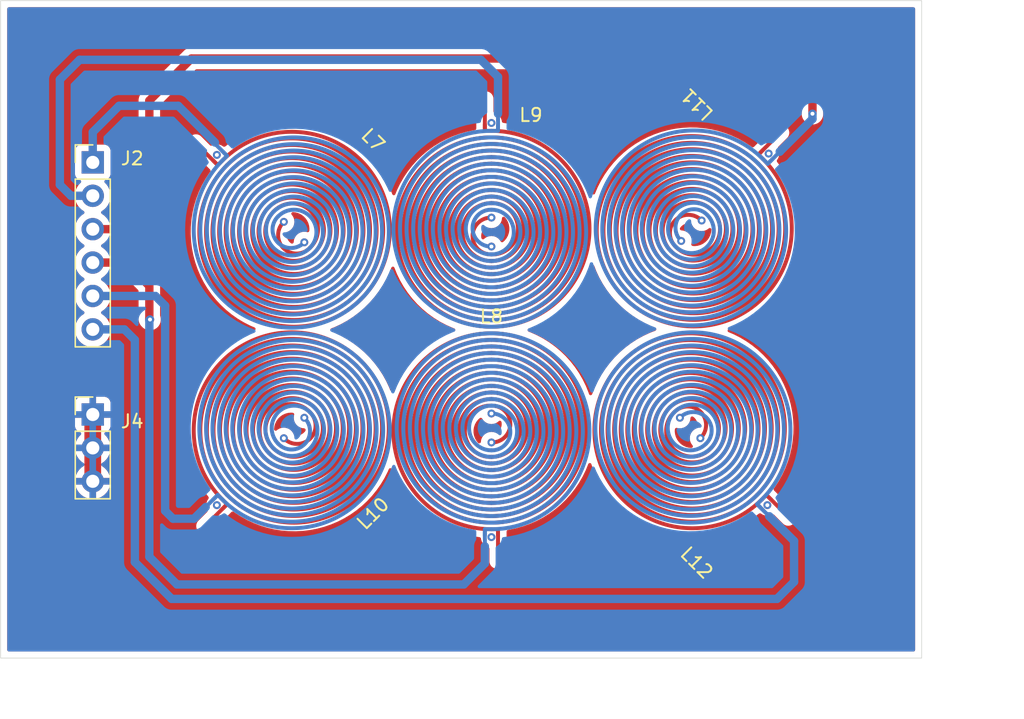
<source format=kicad_pcb>
(kicad_pcb (version 20240108) (generator "pcbnew") (generator_version "8.0")
  (layers (0 "F.Cu" signal) (1 "In1.Cu" signal) (2 "In2.Cu" signal) (31 "B.Cu" signal) (34 "B.Paste" user) (35 "F.Paste" user) (36 "B.SilkS" user "B.Silkscreen") (37 "F.SilkS" user "F.Silkscreen") (38 "B.Mask" user) (39 "F.Mask" user) (44 "Edge.Cuts" user))
  (net 0 "")
  (net 1 "/C")
  (net 2 "/E")
  (net 3 "/A")
  (net 4 "/B")
  (net 5 "/F")
  (net 6 "/D")
  (net 7 "VCC")
  (footprint "single_coils:4layer_coil" (layer "F.Cu") (at 150.4 75.5 -45)
    (property "Reference" "L12" (at 7.6 6.9 -45) (layer "F.SilkS"))
    (property "Value" "coil_4_layers")
    (fp_line (start 7.7 0) (end 7.7 -0.5) (stroke (width 0.3)) (layer "F.Cu"))
    (fp_line (start 7.7 -0.5) (end 8.2 -0.5) (stroke (width 0.3)) (layer "F.Cu"))
    (fp_arc (start -7.2 0) (mid 0 -7.2) (end 7.2 0) (stroke (width 0.3)) (layer "F.Cu"))
    (fp_arc (start -6.699999 0) (mid 0 -6.699999) (end 6.699999 0) (stroke (width 0.3)) (layer "F.Cu"))
    (fp_arc (start -6.2 0) (mid 0 -6.2) (end 6.2 0) (stroke (width 0.3)) (layer "F.Cu"))
    (fp_arc (start -5.7 0) (mid 0 -5.7) (end 5.7 0) (stroke (width 0.3)) (layer "F.Cu"))
    (fp_arc (start -5.2 0) (mid 0 -5.2) (end 5.2 0) (stroke (width 0.3)) (layer "F.Cu"))
    (fp_arc (start -4.7 0) (mid 0 -4.7) (end 4.7 0) (stroke (width 0.3)) (layer "F.Cu"))
    (fp_arc (start -4.199999 0) (mid 0 -4.199999) (end 4.199999 0) (stroke (width 0.3)) (layer "F.Cu"))
    (fp_arc (start -3.7 0) (mid 0 -3.7) (end 3.7 0) (stroke (width 0.3)) (layer "F.Cu"))
    (fp_arc (start -3.2 0) (mid 0 -3.2) (end 3.2 0) (stroke (width 0.3)) (layer "F.Cu"))
    (fp_arc (start -2.7 0) (mid 0 -2.7) (end 2.7 0) (stroke (width 0.3)) (layer "F.Cu"))
    (fp_arc (start -2.2 0) (mid 0 -2.2) (end 2.2 0) (stroke (width 0.3)) (layer "F.Cu"))
    (fp_arc (start -1.700001 0) (mid -0.300001 -1.432511) (end 1.099999 0) (stroke (width 0.3)) (layer "F.Cu"))
    (fp_arc (start 2.2 0) (mid 0.25 2.015155) (end -1.700001 0) (stroke (width 0.3)) (layer "F.Cu"))
    (fp_arc (start 2.7 0) (mid 0.25 2.45) (end -2.2 0) (stroke (width 0.3)) (layer "F.Cu"))
    (fp_arc (start 3.2 0) (mid 0.25 2.95) (end -2.7 0) (stroke (width 0.3)) (layer "F.Cu"))
    (fp_arc (start 3.7 0) (mid 0.25 3.45) (end -3.2 0) (stroke (width 0.3)) (layer "F.Cu"))
    (fp_arc (start 4.199999 0) (mid 0.249999 3.949999) (end -3.7 0) (stroke (width 0.3)) (layer "F.Cu"))
    (fp_arc (start 4.7 0) (mid 0.250002 4.45) (end -4.199999 0) (stroke (width 0.3)) (layer "F.Cu"))
    (fp_arc (start 5.2 0) (mid 0.25 4.95) (end -4.7 0) (stroke (width 0.3)) (layer "F.Cu"))
    (fp_arc (start 5.7 0) (mid 0.25 5.45) (end -5.2 0) (stroke (width 0.3)) (layer "F.Cu"))
    (fp_arc (start 6.2 0) (mid 0.25 5.95) (end -5.7 0) (stroke (width 0.3)) (layer "F.Cu"))
    (fp_arc (start 6.699999 0) (mid 0.249999 6.449999) (end -6.2 0) (stroke (width 0.3)) (layer "F.Cu"))
    (fp_arc (start 7.2 0) (mid 0.250002 6.95) (end -6.699999 0) (stroke (width 0.3)) (layer "F.Cu"))
    (fp_arc (start 7.7 0) (mid 0.25 7.45) (end -7.2 0) (stroke (width 0.3)) (layer "F.Cu"))
    (fp_line (start 7.7 0.5) (end 8.2 0.5) (stroke (width 0.3)) (layer "B.Cu"))
    (fp_line (start 7.7 0) (end 7.7 0.5) (stroke (width 0.3)) (layer "B.Cu"))
    (fp_arc (start -7.2 0) (mid 0.25 -7.450001) (end 7.7 0) (stroke (width 0.3)) (layer "B.Cu"))
    (fp_arc (start -6.699999 0) (mid 0.250002 -6.950001) (end 7.2 0) (stroke (width 0.3)) (layer "B.Cu"))
    (fp_arc (start -6.2 0) (mid 0.249999 -6.45) (end 6.699999 0) (stroke (width 0.3)) (layer "B.Cu"))
    (fp_arc (start -5.7 0) (mid 0.25 -5.950002) (end 6.2 0) (stroke (width 0.3)) (layer "B.Cu"))
    (fp_arc (start -5.2 0) (mid 0.25 -5.45) (end 5.7 0) (stroke (width 0.3)) (layer "B.Cu"))
    (fp_arc (start -4.7 0) (mid 0.25 -4.950001) (end 5.2 0) (stroke (width 0.3)) (layer "B.Cu"))
    (fp_arc (start -4.199999 0) (mid 0.250002 -4.450001) (end 4.7 0) (stroke (width 0.3)) (layer "B.Cu"))
    (fp_arc (start -3.7 0) (mid 0.25 -3.950001) (end 4.199999 0) (stroke (width 0.3)) (layer "B.Cu"))
    (fp_arc (start -3.2 0) (mid 0.25 -3.450002) (end 3.7 0) (stroke (width 0.3)) (layer "B.Cu"))
    (fp_arc (start -2.7 0) (mid 0.25 -2.95) (end 3.2 0) (stroke (width 0.3)) (layer "B.Cu"))
    (fp_arc (start -2.2 0) (mid 0.25 -2.450001) (end 2.7 0) (stroke (width 0.3)) (layer "B.Cu"))
    (fp_arc (start -1.700001 0) (mid 0.25 -1.950002) (end 2.2 0) (stroke (width 0.3)) (layer "B.Cu"))
    (fp_arc (start -1.099999 0) (mid 0.300001 -1.432512) (end 1.700001 0) (stroke (width 0.3)) (layer "B.Cu"))
    (fp_arc (start 1.700001 0) (mid 0 1.700001) (end -1.700001 0) (stroke (width 0.3)) (layer "B.Cu"))
    (fp_arc (start 2.2 0) (mid 0 2.2) (end -2.2 0) (stroke (width 0.3)) (layer "B.Cu"))
    (fp_arc (start 2.7 0) (mid 0 2.7) (end -2.7 0) (stroke (width 0.3)) (layer "B.Cu"))
    (fp_arc (start 3.2 0) (mid 0 3.2) (end -3.2 0) (stroke (width 0.3)) (layer "B.Cu"))
    (fp_arc (start 3.7 0) (mid 0 3.7) (end -3.7 0) (stroke (width 0.3)) (layer "B.Cu"))
    (fp_arc (start 4.199999 0) (mid 0 4.199999) (end -4.199999 0) (stroke (width 0.3)) (layer "B.Cu"))
    (fp_arc (start 4.7 0) (mid 0 4.7) (end -4.7 0) (stroke (width 0.3)) (layer "B.Cu"))
    (fp_arc (start 5.2 0) (mid 0 5.2) (end -5.2 0) (stroke (width 0.3)) (layer "B.Cu"))
    (fp_arc (start 5.7 0) (mid 0 5.7) (end -5.7 0) (stroke (width 0.3)) (layer "B.Cu"))
    (fp_arc (start 6.2 0) (mid 0 6.2) (end -6.2 0) (stroke (width 0.3)) (layer "B.Cu"))
    (fp_arc (start 6.699999 0) (mid 0 6.699999) (end -6.699999 0) (stroke (width 0.3)) (layer "B.Cu"))
    (fp_arc (start 7.2 0) (mid 0 7.2) (end -7.2 0) (stroke (width 0.3)) (layer "B.Cu"))
    (pad "" thru_hole circle (at -1.099999 0 315) (size 0.6 0.6) (drill 0.3) (layers "*.Cu" "*.Mask"))
    (pad "" thru_hole circle (at 1.099999 0 315) (size 0.6 0.6) (drill 0.3) (layers "*.Cu" "*.Mask"))
    (pad "" thru_hole circle (at 8.3 0 315) (size 0.6 0.6) (drill 0.3) (layers "*.Cu" "*.Mask"))
    (pad "1" smd roundrect (at 9 -0.499999 315) (size 2.4 0.3) (layers "F.Cu") (net 7 "VCC"))
    (pad "2" smd roundrect (at 9 0.499999 315) (size 2.4 0.3) (layers "B.Cu") (net 5 "/F"))
  )
  (footprint "Connector_PinHeader_2.54mm:PinHeader_1x06_P2.54mm_Vertical" (layer "F.Cu") (at 105 55.3)
    (property "Reference" "J2" (at 3 -0.3 0) (layer "F.SilkS"))
    (property "Value" "Conn_01x06_Pin")
    (fp_line (start -1.33 -1.33) (end 0 -1.33) (stroke (width 0.12)) (layer "F.SilkS"))
    (fp_line (start -1.33 0) (end -1.33 -1.33) (stroke (width 0.12)) (layer "F.SilkS"))
    (fp_line (start -1.33 1.27) (end -1.33 14.03) (stroke (width 0.12)) (layer "F.SilkS"))
    (fp_line (start -1.33 1.27) (end 1.33 1.27) (stroke (width 0.12)) (layer "F.SilkS"))
    (fp_line (start -1.33 14.03) (end 1.33 14.03) (stroke (width 0.12)) (layer "F.SilkS"))
    (fp_line (start 1.33 1.27) (end 1.33 14.03) (stroke (width 0.12)) (layer "F.SilkS"))
    (pad "1" thru_hole rect (at 0 0) (size 1.7 1.7) (drill 1) (layers "*.Cu" "*.Mask") (net 3 "/A"))
    (pad "2" thru_hole oval (at 0 2.54) (size 1.7 1.7) (drill 1) (layers "*.Cu" "*.Mask") (net 4 "/B"))
    (pad "3" thru_hole oval (at 0 5.08) (size 1.7 1.7) (drill 1) (layers "*.Cu" "*.Mask") (net 1 "/C"))
    (pad "4" thru_hole oval (at 0 7.62) (size 1.7 1.7) (drill 1) (layers "*.Cu" "*.Mask") (net 6 "/D"))
    (pad "5" thru_hole oval (at 0 10.16) (size 1.7 1.7) (drill 1) (layers "*.Cu" "*.Mask") (net 2 "/E"))
    (pad "6" thru_hole oval (at 0 12.7) (size 1.7 1.7) (drill 1) (layers "*.Cu" "*.Mask") (net 5 "/F"))
  )
  (footprint "single_coils:4layer_coil" (layer "F.Cu") (at 135.3 60.6 90)
    (property "Reference" "L9" (at 8.900001 3 0) (layer "F.SilkS"))
    (property "Value" "coil_4_layers")
    (fp_line (start 7.7 -0.5) (end 8.2 -0.5) (stroke (width 0.3)) (layer "F.Cu"))
    (fp_line (start 7.7 0) (end 7.7 -0.5) (stroke (width 0.3)) (layer "F.Cu"))
    (fp_arc (start 7.7 0) (mid 0.25 7.45) (end -7.2 0) (stroke (width 0.3)) (layer "F.Cu"))
    (fp_arc (start 7.2 0) (mid 0.250001 6.95) (end -6.699999 0) (stroke (width 0.3)) (layer "F.Cu"))
    (fp_arc (start 6.699999 0) (mid 0.249999 6.449999) (end -6.2 0) (stroke (width 0.3)) (layer "F.Cu"))
    (fp_arc (start 6.2 0) (mid 0.25 5.95) (end -5.7 0) (stroke (width 0.3)) (layer "F.Cu"))
    (fp_arc (start 5.7 0) (mid 0.25 5.45) (end -5.2 0) (stroke (width 0.3)) (layer "F.Cu"))
    (fp_arc (start 5.2 0) (mid 0.25 4.95) (end -4.7 0) (stroke (width 0.3)) (layer "F.Cu"))
    (fp_arc (start 4.7 0) (mid 0.250001 4.45) (end -4.199999 0) (stroke (width 0.3)) (layer "F.Cu"))
    (fp_arc (start 4.199999 0) (mid 0.249999 3.949999) (end -3.7 0) (stroke (width 0.3)) (layer "F.Cu"))
    (fp_arc (start 3.7 0) (mid 0.25 3.45) (end -3.2 0) (stroke (width 0.3)) (layer "F.Cu"))
    (fp_arc (start 3.2 0) (mid 0.25 2.95) (end -2.7 0) (stroke (width 0.3)) (layer "F.Cu"))
    (fp_arc (start 2.7 0) (mid 0.25 2.45) (end -2.2 0) (stroke (width 0.3)) (layer "F.Cu"))
    (fp_arc (start 2.2 0) (mid 0.25 2.015155) (end -1.700001 0) (stroke (width 0.3)) (layer "F.Cu"))
    (fp_arc (start -1.700001 0) (mid -0.300001 -1.432512) (end 1.099999 0) (stroke (width 0.3)) (layer "F.Cu"))
    (fp_arc (start -2.2 0) (mid 0 -2.2) (end 2.2 0) (stroke (width 0.3)) (layer "F.Cu"))
    (fp_arc (start -2.7 0) (mid 0 -2.7) (end 2.7 0) (stroke (width 0.3)) (layer "F.Cu"))
    (fp_arc (start -3.2 0) (mid 0 -3.2) (end 3.2 0) (stroke (width 0.3)) (layer "F.Cu"))
    (fp_arc (start -3.7 0) (mid 0 -3.7) (end 3.7 0) (stroke (width 0.3)) (layer "F.Cu"))
    (fp_arc (start -4.199999 0) (mid 0 -4.199999) (end 4.199999 0) (stroke (width 0.3)) (layer "F.Cu"))
    (fp_arc (start -4.7 0) (mid 0 -4.7) (end 4.7 0) (stroke (width 0.3)) (layer "F.Cu"))
    (fp_arc (start -5.2 0) (mid 0 -5.2) (end 5.2 0) (stroke (width 0.3)) (layer "F.Cu"))
    (fp_arc (start -5.7 0) (mid 0 -5.7) (end 5.7 0) (stroke (width 0.3)) (layer "F.Cu"))
    (fp_arc (start -6.2 0) (mid 0 -6.2) (end 6.2 0) (stroke (width 0.3)) (layer "F.Cu"))
    (fp_arc (start -6.699999 0) (mid 0 -6.699999) (end 6.699999 0) (stroke (width 0.3)) (layer "F.Cu"))
    (fp_arc (start -7.2 0) (mid 0 -7.2) (end 7.2 0) (stroke (width 0.3)) (layer "F.Cu"))
    (fp_line (start 7.7 0) (end 7.7 0.5) (stroke (width 0.3)) (layer "B.Cu"))
    (fp_line (start 7.7 0.5) (end 8.2 0.5) (stroke (width 0.3)) (layer "B.Cu"))
    (fp_arc (start 7.2 0) (mid 0 7.2) (end -7.2 0) (stroke (width 0.3)) (layer "B.Cu"))
    (fp_arc (start 6.699999 0) (mid 0 6.699999) (end -6.699999 0) (stroke (width 0.3)) (layer "B.Cu"))
    (fp_arc (start 6.2 0) (mid 0 6.2) (end -6.2 0) (stroke (width 0.3)) (layer "B.Cu"))
    (fp_arc (start 5.7 0) (mid 0 5.7) (end -5.7 0) (stroke (width 0.3)) (layer "B.Cu"))
    (fp_arc (start 5.2 0) (mid 0 5.2) (end -5.2 0) (stroke (width 0.3)) (layer "B.Cu"))
    (fp_arc (start 4.7 0) (mid 0 4.7) (end -4.7 0) (stroke (width 0.3)) (layer "B.Cu"))
    (fp_arc (start 4.199999 0) (mid 0 4.199999) (end -4.199999 0) (stroke (width 0.3)) (layer "B.Cu"))
    (fp_arc (start 3.7 0) (mid 0 3.7) (end -3.7 0) (stroke (width 0.3)) (layer "B.Cu"))
    (fp_arc (start 3.2 0) (mid 0 3.2) (end -3.2 0) (stroke (width 0.3)) (layer "B.Cu"))
    (fp_arc (start 2.7 0) (mid 0 2.7) (end -2.7 0) (stroke (width 0.3)) (layer "B.Cu"))
    (fp_arc (start 2.2 0) (mid 0 2.2) (end -2.2 0) (stroke (width 0.3)) (layer "B.Cu"))
    (fp_arc (start 1.700001 0) (mid 0 1.700001) (end -1.700001 0) (stroke (width 0.3)) (layer "B.Cu"))
    (fp_arc (start -1.099999 0) (mid 0.300001 -1.432512) (end 1.700001 0) (stroke (width 0.3)) (layer "B.Cu"))
    (fp_arc (start -1.700001 0) (mid 0.25 -1.950002) (end 2.2 0) (stroke (width 0.3)) (layer "B.Cu"))
    (fp_arc (start -2.2 0) (mid 0.25 -2.45) (end 2.7 0) (stroke (width 0.3)) (layer "B.Cu"))
    (fp_arc (start -2.7 0) (mid 0.25 -2.95) (end 3.2 0) (stroke (width 0.3)) (layer "B.Cu"))
    (fp_arc (start -3.2 0) (mid 0.25 -3.45) (end 3.7 0) (stroke (width 0.3)) (layer "B.Cu"))
    (fp_arc (start -3.7 0) (mid 0.25 -3.950001) (end 4.199999 0) (stroke (width 0.3)) (layer "B.Cu"))
    (fp_arc (start -4.199999 0) (mid 0.250001 -4.449999) (end 4.7 0) (stroke (width 0.3)) (layer "B.Cu"))
    (fp_arc (start -4.7 0) (mid 0.25 -4.95) (end 5.2 0) (stroke (width 0.3)) (layer "B.Cu"))
    (fp_arc (start -5.2 0) (mid 0.25 -5.45) (end 5.7 0) (stroke (width 0.3)) (layer "B.Cu"))
    (fp_arc (start -5.7 0) (mid 0.25 -5.95) (end 6.2 0) (stroke (width 0.3)) (layer "B.Cu"))
    (fp_arc (start -6.2 0) (mid 0.249999 -6.45) (end 6.699999 0) (stroke (width 0.3)) (layer "B.Cu"))
    (fp_arc (start -6.699999 0) (mid 0.25 -6.949998) (end 7.2 0) (stroke (width 0.3)) (layer "B.Cu"))
    (fp_arc (start -7.2 0) (mid 0.25 -7.45) (end 7.7 0) (stroke (width 0.3)) (layer "B.Cu"))
    (pad "" thru_hole circle (at -1.099999 0 90) (size 0.6 0.6) (drill 0.3) (layers "*.Cu" "*.Mask"))
    (pad "" thru_hole circle (at 1.099999 0 90) (size 0.6 0.6) (drill 0.3) (layers "*.Cu" "*.Mask"))
    (pad "" thru_hole circle (at 8.3 0 90) (size 0.6 0.6) (drill 0.3) (layers "*.Cu" "*.Mask"))
    (pad "1" smd roundrect (at 9 -0.499999 90) (size 2.4 0.3) (layers "F.Cu") (net 7 "VCC"))
    (pad "2" smd roundrect (at 9 0.499999 90) (size 2.4 0.3) (layers "B.Cu") (net 4 "/B"))
  )
  (footprint "Connector_PinHeader_2.54mm:PinHeader_1x03_P2.54mm_Vertical" (layer "F.Cu") (at 105 74.475)
    (property "Reference" "J4" (at 3 0.525 0) (layer "F.SilkS"))
    (property "Value" "Conn_01x03_Pin")
    (fp_line (start -1.33 -1.33) (end 0 -1.33) (stroke (width 0.12)) (layer "F.SilkS"))
    (fp_line (start -1.33 0) (end -1.33 -1.33) (stroke (width 0.12)) (layer "F.SilkS"))
    (fp_line (start -1.33 1.27) (end -1.33 6.41) (stroke (width 0.12)) (layer "F.SilkS"))
    (fp_line (start -1.33 1.27) (end 1.33 1.27) (stroke (width 0.12)) (layer "F.SilkS"))
    (fp_line (start -1.33 6.41) (end 1.33 6.41) (stroke (width 0.12)) (layer "F.SilkS"))
    (fp_line (start 1.33 1.27) (end 1.33 6.41) (stroke (width 0.12)) (layer "F.SilkS"))
    (pad "1" thru_hole rect (at 0 0) (size 1.7 1.7) (drill 1) (layers "*.Cu" "*.Mask") (net 7 "VCC"))
    (pad "2" thru_hole oval (at 0 2.54) (size 1.7 1.7) (drill 1) (layers "*.Cu" "*.Mask") (net 7 "VCC"))
    (pad "3" thru_hole oval (at 0 5.08) (size 1.7 1.7) (drill 1) (layers "*.Cu" "*.Mask") (net 7 "VCC"))
  )
  (footprint "single_coils:4layer_coil" (layer "F.Cu") (at 120.3 60.6 135)
    (property "Reference" "L7" (at 0.707107 9.192388 -45) (layer "F.SilkS"))
    (property "Value" "coil_4_layers")
    (fp_line (start 7.7 -0.5) (end 8.2 -0.5) (stroke (width 0.3)) (layer "F.Cu"))
    (fp_line (start 7.7 0) (end 7.7 -0.5) (stroke (width 0.3)) (layer "F.Cu"))
    (fp_arc (start 7.7 0) (mid 0.25 7.45) (end -7.2 0) (stroke (width 0.3)) (layer "F.Cu"))
    (fp_arc (start 7.2 0) (mid 0.250002 6.95) (end -6.699999 0) (stroke (width 0.3)) (layer "F.Cu"))
    (fp_arc (start 6.699999 0) (mid 0.249999 6.449999) (end -6.2 0) (stroke (width 0.3)) (layer "F.Cu"))
    (fp_arc (start 6.2 0) (mid 0.25 5.95) (end -5.7 0) (stroke (width 0.3)) (layer "F.Cu"))
    (fp_arc (start 5.7 0) (mid 0.25 5.45) (end -5.2 0) (stroke (width 0.3)) (layer "F.Cu"))
    (fp_arc (start 5.2 0) (mid 0.25 4.95) (end -4.7 0) (stroke (width 0.3)) (layer "F.Cu"))
    (fp_arc (start 4.7 0) (mid 0.250002 4.45) (end -4.199999 0) (stroke (width 0.3)) (layer "F.Cu"))
    (fp_arc (start 4.199999 0) (mid 0.249999 3.949999) (end -3.7 0) (stroke (width 0.3)) (layer "F.Cu"))
    (fp_arc (start 3.7 0) (mid 0.25 3.45) (end -3.2 0) (stroke (width 0.3)) (layer "F.Cu"))
    (fp_arc (start 3.2 0) (mid 0.25 2.95) (end -2.7 0) (stroke (width 0.3)) (layer "F.Cu"))
    (fp_arc (start 2.7 0) (mid 0.25 2.45) (end -2.2 0) (stroke (width 0.3)) (layer "F.Cu"))
    (fp_arc (start 2.2 0) (mid 0.25 2.015155) (end -1.700001 0) (stroke (width 0.3)) (layer "F.Cu"))
    (fp_arc (start -1.700001 0) (mid -0.300001 -1.432511) (end 1.099999 0) (stroke (width 0.3)) (layer "F.Cu"))
    (fp_arc (start -2.2 0) (mid 0 -2.2) (end 2.2 0) (stroke (width 0.3)) (layer "F.Cu"))
    (fp_arc (start -2.7 0) (mid 0 -2.7) (end 2.7 0) (stroke (width 0.3)) (layer "F.Cu"))
    (fp_arc (start -3.2 0) (mid 0 -3.2) (end 3.2 0) (stroke (width 0.3)) (layer "F.Cu"))
    (fp_arc (start -3.7 0) (mid 0 -3.7) (end 3.7 0) (stroke (width 0.3)) (layer "F.Cu"))
    (fp_arc (start -4.199999 0) (mid 0 -4.199999) (end 4.199999 0) (stroke (width 0.3)) (layer "F.Cu"))
    (fp_arc (start -4.7 0) (mid 0 -4.7) (end 4.7 0) (stroke (width 0.3)) (layer "F.Cu"))
    (fp_arc (start -5.2 0) (mid 0 -5.2) (end 5.2 0) (stroke (width 0.3)) (layer "F.Cu"))
    (fp_arc (start -5.7 0) (mid 0 -5.7) (end 5.7 0) (stroke (width 0.3)) (layer "F.Cu"))
    (fp_arc (start -6.2 0) (mid 0 -6.2) (end 6.2 0) (stroke (width 0.3)) (layer "F.Cu"))
    (fp_arc (start -6.699999 0) (mid 0 -6.699999) (end 6.699999 0) (stroke (width 0.3)) (layer "F.Cu"))
    (fp_arc (start -7.2 0) (mid 0 -7.2) (end 7.2 0) (stroke (width 0.3)) (layer "F.Cu"))
    (fp_line (start 7.7 0) (end 7.7 0.5) (stroke (width 0.3)) (layer "B.Cu"))
    (fp_line (start 7.7 0.5) (end 8.2 0.5) (stroke (width 0.3)) (layer "B.Cu"))
    (fp_arc (start 7.2 0) (mid 0 7.2) (end -7.2 0) (stroke (width 0.3)) (layer "B.Cu"))
    (fp_arc (start 6.699999 0) (mid 0 6.699999) (end -6.699999 0) (stroke (width 0.3)) (layer "B.Cu"))
    (fp_arc (start 6.2 0) (mid 0 6.2) (end -6.2 0) (stroke (width 0.3)) (layer "B.Cu"))
    (fp_arc (start 5.7 0) (mid 0 5.7) (end -5.7 0) (stroke (width 0.3)) (layer "B.Cu"))
    (fp_arc (start 5.2 0) (mid 0 5.2) (end -5.2 0) (stroke (width 0.3)) (layer "B.Cu"))
    (fp_arc (start 4.7 0) (mid 0 4.7) (end -4.7 0) (stroke (width 0.3)) (layer "B.Cu"))
    (fp_arc (start 4.199999 0) (mid 0 4.199999) (end -4.199999 0) (stroke (width 0.3)) (layer "B.Cu"))
    (fp_arc (start 3.7 0) (mid 0 3.7) (end -3.7 0) (stroke (width 0.3)) (layer "B.Cu"))
    (fp_arc (start 3.2 0) (mid 0 3.2) (end -3.2 0) (stroke (width 0.3)) (layer "B.Cu"))
    (fp_arc (start 2.7 0) (mid 0 2.7) (end -2.7 0) (stroke (width 0.3)) (layer "B.Cu"))
    (fp_arc (start 2.2 0) (mid 0 2.2) (end -2.2 0) (stroke (width 0.3)) (layer "B.Cu"))
    (fp_arc (start 1.700001 0) (mid 0 1.700001) (end -1.700001 0) (stroke (width 0.3)) (layer "B.Cu"))
    (fp_arc (start -1.099999 0) (mid 0.300001 -1.432512) (end 1.700001 0) (stroke (width 0.3)) (layer "B.Cu"))
    (fp_arc (start -1.700001 0) (mid 0.25 -1.950002) (end 2.2 0) (stroke (width 0.3)) (layer "B.Cu"))
    (fp_arc (start -2.2 0) (mid 0.25 -2.450001) (end 2.7 0) (stroke (width 0.3)) (layer "B.Cu"))
    (fp_arc (start -2.7 0) (mid 0.25 -2.95) (end 3.2 0) (stroke (width 0.3)) (layer "B.Cu"))
    (fp_arc (start -3.2 0) (mid 0.25 -3.450002) (end 3.7 0) (stroke (width 0.3)) (layer "B.Cu"))
    (fp_arc (start -3.7 0) (mid 0.25 -3.950001) (end 4.199999 0) (stroke (width 0.3)) (layer "B.Cu"))
    (fp_arc (start -4.199999 0) (mid 0.250002 -4.450001) (end 4.7 0) (stroke (width 0.3)) (layer "B.Cu"))
    (fp_arc (start -4.7 0) (mid 0.25 -4.950001) (end 5.2 0) (stroke (width 0.3)) (layer "B.Cu"))
    (fp_arc (start -5.2 0) (mid 0.25 -5.45) (end 5.7 0) (stroke (width 0.3)) (layer "B.Cu"))
    (fp_arc (start -5.7 0) (mid 0.25 -5.950002) (end 6.2 0) (stroke (width 0.3)) (layer "B.Cu"))
    (fp_arc (start -6.2 0) (mid 0.249999 -6.45) (end 6.699999 0) (stroke (width 0.3)) (layer "B.Cu"))
    (fp_arc (start -6.699999 0) (mid 0.250002 -6.950001) (end 7.2 0) (stroke (width 0.3)) (layer "B.Cu"))
    (fp_arc (start -7.2 0) (mid 0.25 -7.450001) (end 7.7 0) (stroke (width 0.3)) (layer "B.Cu"))
    (pad "" thru_hole circle (at -1.099999 0 135) (size 0.6 0.6) (drill 0.3) (layers "*.Cu" "*.Mask"))
    (pad "" thru_hole circle (at 1.099999 0 135) (size 0.6 0.6) (drill 0.3) (layers "*.Cu" "*.Mask"))
    (pad "" thru_hole circle (at 8.3 0 135) (size 0.6 0.6) (drill 0.3) (layers "*.Cu" "*.Mask"))
    (pad "1" smd roundrect (at 9 -0.499999 135) (size 2.4 0.3) (layers "F.Cu") (net 7 "VCC"))
    (pad "2" smd roundrect (at 9 0.499999 135) (size 2.4 0.3) (layers "B.Cu") (net 3 "/A"))
  )
  (footprint "single_coils:4layer_coil" (layer "F.Cu") (at 135.3 75.5 -90)
    (property "Reference" "L8" (at -8.485281 0 0) (layer "F.SilkS"))
    (property "Value" "coil_4_layers")
    (fp_line (start 7.7 0) (end 7.7 -0.5) (stroke (width 0.3)) (layer "F.Cu"))
    (fp_line (start 7.7 -0.5) (end 8.2 -0.5) (stroke (width 0.3)) (layer "F.Cu"))
    (fp_arc (start -7.2 0) (mid 0 -7.2) (end 7.2 0) (stroke (width 0.3)) (layer "F.Cu"))
    (fp_arc (start -6.699999 0) (mid 0 -6.699999) (end 6.699999 0) (stroke (width 0.3)) (layer "F.Cu"))
    (fp_arc (start -6.2 0) (mid 0 -6.2) (end 6.2 0) (stroke (width 0.3)) (layer "F.Cu"))
    (fp_arc (start -5.7 0) (mid 0 -5.7) (end 5.7 0) (stroke (width 0.3)) (layer "F.Cu"))
    (fp_arc (start -5.2 0) (mid 0 -5.2) (end 5.2 0) (stroke (width 0.3)) (layer "F.Cu"))
    (fp_arc (start -4.7 0) (mid 0 -4.7) (end 4.7 0) (stroke (width 0.3)) (layer "F.Cu"))
    (fp_arc (start -4.199999 0) (mid 0 -4.199999) (end 4.199999 0) (stroke (width 0.3)) (layer "F.Cu"))
    (fp_arc (start -3.7 0) (mid 0 -3.7) (end 3.7 0) (stroke (width 0.3)) (layer "F.Cu"))
    (fp_arc (start -3.2 0) (mid 0 -3.2) (end 3.2 0) (stroke (width 0.3)) (layer "F.Cu"))
    (fp_arc (start -2.7 0) (mid 0 -2.7) (end 2.7 0) (stroke (width 0.3)) (layer "F.Cu"))
    (fp_arc (start -2.2 0) (mid 0 -2.2) (end 2.2 0) (stroke (width 0.3)) (layer "F.Cu"))
    (fp_arc (start -1.700001 0) (mid -0.300001 -1.432512) (end 1.099999 0) (stroke (width 0.3)) (layer "F.Cu"))
    (fp_arc (start 2.2 0) (mid 0.25 2.015155) (end -1.700001 0) (stroke (width 0.3)) (layer "F.Cu"))
    (fp_arc (start 2.7 0) (mid 0.25 2.45) (end -2.2 0) (stroke (width 0.3)) (layer "F.Cu"))
    (fp_arc (start 3.2 0) (mid 0.25 2.95) (end -2.7 0) (stroke (width 0.3)) (layer "F.Cu"))
    (fp_arc (start 3.7 0) (mid 0.25 3.45) (end -3.2 0) (stroke (width 0.3)) (layer "F.Cu"))
    (fp_arc (start 4.199999 0) (mid 0.249999 3.949999) (end -3.7 0) (stroke (width 0.3)) (layer "F.Cu"))
    (fp_arc (start 4.7 0) (mid 0.250001 4.45) (end -4.199999 0) (stroke (width 0.3)) (layer "F.Cu"))
    (fp_arc (start 5.2 0) (mid 0.25 4.95) (end -4.7 0) (stroke (width 0.3)) (layer "F.Cu"))
    (fp_arc (start 5.7 0) (mid 0.25 5.45) (end -5.2 0) (stroke (width 0.3)) (layer "F.Cu"))
    (fp_arc (start 6.2 0) (mid 0.25 5.95) (end -5.7 0) (stroke (width 0.3)) (layer "F.Cu"))
    (fp_arc (start 6.699999 0) (mid 0.249999 6.449999) (end -6.2 0) (stroke (width 0.3)) (layer "F.Cu"))
    (fp_arc (start 7.2 0) (mid 0.250001 6.95) (end -6.699999 0) (stroke (width 0.3)) (layer "F.Cu"))
    (fp_arc (start 7.7 0) (mid 0.25 7.45) (end -7.2 0) (stroke (width 0.3)) (layer "F.Cu"))
    (fp_line (start 7.7 0.5) (end 8.2 0.5) (stroke (width 0.3)) (layer "B.Cu"))
    (fp_line (start 7.7 0) (end 7.7 0.5) (stroke (width 0.3)) (layer "B.Cu"))
    (fp_arc (start -7.2 0) (mid 0.25 -7.45) (end 7.7 0) (stroke (width 0.3)) (layer "B.Cu"))
    (fp_arc (start -6.699999 0) (mid 0.25 -6.949998) (end 7.2 0) (stroke (width 0.3)) (layer "B.Cu"))
    (fp_arc (start -6.2 0) (mid 0.249999 -6.45) (end 6.699999 0) (stroke (width 0.3)) (layer "B.Cu"))
    (fp_arc (start -5.7 0) (mid 0.25 -5.95) (end 6.2 0) (stroke (width 0.3)) (layer "B.Cu"))
    (fp_arc (start -5.2 0) (mid 0.25 -5.45) (end 5.7 0) (stroke (width 0.3)) (layer "B.Cu"))
    (fp_arc (start -4.7 0) (mid 0.25 -4.95) (end 5.2 0) (stroke (width 0.3)) (layer "B.Cu"))
    (fp_arc (start -4.199999 0) (mid 0.250001 -4.449999) (end 4.7 0) (stroke (width 0.3)) (layer "B.Cu"))
    (fp_arc (start -3.7 0) (mid 0.25 -3.950001) (end 4.199999 0) (stroke (width 0.3)) (layer "B.Cu"))
    (fp_arc (start -3.2 0) (mid 0.25 -3.45) (end 3.7 0) (stroke (width 0.3)) (layer "B.Cu"))
    (fp_arc (start -2.7 0) (mid 0.25 -2.95) (end 3.2 0) (stroke (width 0.3)) (layer "B.Cu"))
    (fp_arc (start -2.2 0) (mid 0.25 -2.45) (end 2.7 0) (stroke (width 0.3)) (layer "B.Cu"))
    (fp_arc (start -1.700001 0) (mid 0.25 -1.950002) (end 2.2 0) (stroke (width 0.3)) (layer "B.Cu"))
    (fp_arc (start -1.099999 0) (mid 0.300001 -1.432512) (end 1.700001 0) (stroke (width 0.3)) (layer "B.Cu"))
    (fp_arc (start 1.700001 0) (mid 0 1.700001) (end -1.700001 0) (stroke (width 0.3)) (layer "B.Cu"))
    (fp_arc (start 2.2 0) (mid 0 2.2) (end -2.2 0) (stroke (width 0.3)) (layer "B.Cu"))
    (fp_arc (start 2.7 0) (mid 0 2.7) (end -2.7 0) (stroke (width 0.3)) (layer "B.Cu"))
    (fp_arc (start 3.2 0) (mid 0 3.2) (end -3.2 0) (stroke (width 0.3)) (layer "B.Cu"))
    (fp_arc (start 3.7 0) (mid 0 3.7) (end -3.7 0) (stroke (width 0.3)) (layer "B.Cu"))
    (fp_arc (start 4.199999 0) (mid 0 4.199999) (end -4.199999 0) (stroke (width 0.3)) (layer "B.Cu"))
    (fp_arc (start 4.7 0) (mid 0 4.7) (end -4.7 0) (stroke (width 0.3)) (layer "B.Cu"))
    (fp_arc (start 5.2 0) (mid 0 5.2) (end -5.2 0) (stroke (width 0.3)) (layer "B.Cu"))
    (fp_arc (start 5.7 0) (mid 0 5.7) (end -5.7 0) (stroke (width 0.3)) (layer "B.Cu"))
    (fp_arc (start 6.2 0) (mid 0 6.2) (end -6.2 0) (stroke (width 0.3)) (layer "B.Cu"))
    (fp_arc (start 6.699999 0) (mid 0 6.699999) (end -6.699999 0) (stroke (width 0.3)) (layer "B.Cu"))
    (fp_arc (start 7.2 0) (mid 0 7.2) (end -7.2 0) (stroke (width 0.3)) (layer "B.Cu"))
    (pad "" thru_hole circle (at -1.099999 0 270) (size 0.6 0.6) (drill 0.3) (layers "*.Cu" "*.Mask"))
    (pad "" thru_hole circle (at 1.099999 0 270) (size 0.6 0.6) (drill 0.3) (layers "*.Cu" "*.Mask"))
    (pad "" thru_hole circle (at 8.3 0 270) (size 0.6 0.6) (drill 0.3) (layers "*.Cu" "*.Mask"))
    (pad "1" smd roundrect (at 9 -0.499999 270) (size 2.4 0.3) (layers "F.Cu") (net 7 "VCC"))
    (pad "2" smd roundrect (at 9 0.499999 270) (size 2.4 0.3) (layers "B.Cu") (net 6 "/D"))
  )
  (footprint "single_coils:4layer_coil" (layer "F.Cu") (at 150.5 60.5 45)
    (property "Reference" "L11" (at 7.1 -6.5 135) (layer "F.SilkS"))
    (property "Value" "coil_4_layers")
    (fp_line (start 7.7 -0.5) (end 8.2 -0.5) (stroke (width 0.3)) (layer "F.Cu"))
    (fp_line (start 7.7 0) (end 7.7 -0.5) (stroke (width 0.3)) (layer "F.Cu"))
    (fp_arc (start -7.2 0) (mid 0 -7.2) (end 7.2 0) (stroke (width 0.3)) (layer "F.Cu"))
    (fp_arc (start -6.699999 0) (mid 0 -6.699999) (end 6.699999 0) (stroke (width 0.3)) (layer "F.Cu"))
    (fp_arc (start -6.2 0) (mid 0 -6.2) (end 6.2 0) (stroke (width 0.3)) (layer "F.Cu"))
    (fp_arc (start -5.7 0) (mid 0 -5.7) (end 5.7 0) (stroke (width 0.3)) (layer "F.Cu"))
    (fp_arc (start -5.2 0) (mid 0 -5.2) (end 5.2 0) (stroke (width 0.3)) (layer "F.Cu"))
    (fp_arc (start -4.7 0) (mid 0 -4.7) (end 4.7 0) (stroke (width 0.3)) (layer "F.Cu"))
    (fp_arc (start -4.199999 0) (mid 0 -4.199999) (end 4.199999 0) (stroke (width 0.3)) (layer "F.Cu"))
    (fp_arc (start -3.7 0) (mid 0 -3.7) (end 3.7 0) (stroke (width 0.3)) (layer "F.Cu"))
    (fp_arc (start -3.2 0) (mid 0 -3.2) (end 3.2 0) (stroke (width 0.3)) (layer "F.Cu"))
    (fp_arc (start -2.7 0) (mid 0 -2.7) (end 2.7 0) (stroke (width 0.3)) (layer "F.Cu"))
    (fp_arc (start -2.2 0) (mid 0 -2.2) (end 2.2 0) (stroke (width 0.3)) (layer "F.Cu"))
    (fp_arc (start -1.700001 0) (mid -0.300001 -1.432511) (end 1.099999 0) (stroke (width 0.3)) (layer "F.Cu"))
    (fp_arc (start 2.2 0) (mid 0.25 2.015155) (end -1.700001 0) (stroke (width 0.3)) (layer "F.Cu"))
    (fp_arc (start 2.7 0) (mid 0.25 2.45) (end -2.2 0) (stroke (width 0.3)) (layer "F.Cu"))
    (fp_arc (start 3.2 0) (mid 0.25 2.95) (end -2.7 0) (stroke (width 0.3)) (layer "F.Cu"))
    (fp_arc (start 3.7 0) (mid 0.25 3.45) (end -3.2 0) (stroke (width 0.3)) (layer "F.Cu"))
    (fp_arc (start 4.199999 0) (mid 0.249999 3.949999) (end -3.7 0) (stroke (width 0.3)) (layer "F.Cu"))
    (fp_arc (start 4.7 0) (mid 0.250002 4.45) (end -4.199999 0) (stroke (width 0.3)) (layer "F.Cu"))
    (fp_arc (start 5.2 0) (mid 0.25 4.95) (end -4.7 0) (stroke (width 0.3)) (layer "F.Cu"))
    (fp_arc (start 5.7 0) (mid 0.25 5.45) (end -5.2 0) (stroke (width 0.3)) (layer "F.Cu"))
    (fp_arc (start 6.2 0) (mid 0.25 5.95) (end -5.7 0) (stroke (width 0.3)) (layer "F.Cu"))
    (fp_arc (start 6.699999 0) (mid 0.249999 6.449999) (end -6.2 0) (stroke (width 0.3)) (layer "F.Cu"))
    (fp_arc (start 7.2 0) (mid 0.250002 6.95) (end -6.699999 0) (stroke (width 0.3)) (layer "F.Cu"))
    (fp_arc (start 7.7 0) (mid 0.25 7.45) (end -7.2 0) (stroke (width 0.3)) (layer "F.Cu"))
    (fp_line (start 7.7 0) (end 7.7 0.5) (stroke (width 0.3)) (layer "B.Cu"))
    (fp_line (start 7.7 0.5) (end 8.2 0.5) (stroke (width 0.3)) (layer "B.Cu"))
    (fp_arc (start -7.2 0) (mid 0.25 -7.450001) (end 7.7 0) (stroke (width 0.3)) (layer "B.Cu"))
    (fp_arc (start -6.699999 0) (mid 0.250002 -6.950001) (end 7.2 0) (stroke (width 0.3)) (layer "B.Cu"))
    (fp_arc (start -6.2 0) (mid 0.249999 -6.45) (end 6.699999 0) (stroke (width 0.3)) (layer "B.Cu"))
    (fp_arc (start -5.7 0) (mid 0.25 -5.950002) (end 6.2 0) (stroke (width 0.3)) (layer "B.Cu"))
    (fp_arc (start -5.2 0) (mid 0.25 -5.45) (end 5.7 0) (stroke (width 0.3)) (layer "B.Cu"))
    (fp_arc (start -4.7 0) (mid 0.25 -4.950001) (end 5.2 0) (stroke (width 0.3)) (layer "B.Cu"))
    (fp_arc (start -4.199999 0) (mid 0.250002 -4.450001) (end 4.7 0) (stroke (width 0.3)) (layer "B.Cu"))
    (fp_arc (start -3.7 0) (mid 0.25 -3.950001) (end 4.199999 0) (stroke (width 0.3)) (layer "B.Cu"))
    (fp_arc (start -3.2 0) (mid 0.25 -3.450002) (end 3.7 0) (stroke (width 0.3)) (layer "B.Cu"))
    (fp_arc (start -2.7 0) (mid 0.25 -2.95) (end 3.2 0) (stroke (width 0.3)) (layer "B.Cu"))
    (fp_arc (start -2.2 0) (mid 0.25 -2.450001) (end 2.7 0) (stroke (width 0.3)) (layer "B.Cu"))
    (fp_arc (start -1.700001 0) (mid 0.25 -1.950002) (end 2.2 0) (stroke (width 0.3)) (layer "B.Cu"))
    (fp_arc (start -1.099999 0) (mid 0.300001 -1.432512) (end 1.700001 0) (stroke (width 0.3)) (layer "B.Cu"))
    (fp_arc (start 1.700001 0) (mid 0 1.700001) (end -1.700001 0) (stroke (width 0.3)) (layer "B.Cu"))
    (fp_arc (start 2.2 0) (mid 0 2.2) (end -2.2 0) (stroke (width 0.3)) (layer "B.Cu"))
    (fp_arc (start 2.7 0) (mid 0 2.7) (end -2.7 0) (stroke (width 0.3)) (layer "B.Cu"))
    (fp_arc (start 3.2 0) (mid 0 3.2) (end -3.2 0) (stroke (width 0.3)) (layer "B.Cu"))
    (fp_arc (start 3.7 0) (mid 0 3.7) (end -3.7 0) (stroke (width 0.3)) (layer "B.Cu"))
    (fp_arc (start 4.199999 0) (mid 0 4.199999) (end -4.199999 0) (stroke (width 0.3)) (layer "B.Cu"))
    (fp_arc (start 4.7 0) (mid 0 4.7) (end -4.7 0) (stroke (width 0.3)) (layer "B.Cu"))
    (fp_arc (start 5.2 0) (mid 0 5.2) (end -5.2 0) (stroke (width 0.3)) (layer "B.Cu"))
    (fp_arc (start 5.7 0) (mid 0 5.7) (end -5.7 0) (stroke (width 0.3)) (layer "B.Cu"))
    (fp_arc (start 6.2 0) (mid 0 6.2) (end -6.2 0) (stroke (width 0.3)) (layer "B.Cu"))
    (fp_arc (start 6.699999 0) (mid 0 6.699999) (end -6.699999 0) (stroke (width 0.3)) (layer "B.Cu"))
    (fp_arc (start 7.2 0) (mid 0 7.2) (end -7.2 0) (stroke (width 0.3)) (layer "B.Cu"))
    (pad "" thru_hole circle (at -1.099999 0 45) (size 0.6 0.6) (drill 0.3) (layers "*.Cu" "*.Mask"))
    (pad "" thru_hole circle (at 1.099999 0 45) (size 0.6 0.6) (drill 0.3) (layers "*.Cu" "*.Mask"))
    (pad "" thru_hole circle (at 8.3 0 45) (size 0.6 0.6) (drill 0.3) (layers "*.Cu" "*.Mask"))
    (pad "1" smd roundrect (at 9 -0.499999 45) (size 2.4 0.3) (layers "F.Cu") (net 7 "VCC"))
    (pad "2" smd roundrect (at 9 0.499999 45) (size 2.4 0.3) (layers "B.Cu") (net 1 "/C"))
  )
  (footprint "single_coils:4layer_coil" (layer "F.Cu") (at 120.3 75.5 -135)
    (property "Reference" "L10" (at 0.353553 -8.838835 45) (layer "F.SilkS"))
    (property "Value" "coil_4_layers")
    (fp_line (start 7.7 0) (end 7.7 -0.5) (stroke (width 0.3)) (layer "F.Cu"))
    (fp_line (start 7.7 -0.5) (end 8.2 -0.5) (stroke (width 0.3)) (layer "F.Cu"))
    (fp_arc (start 7.7 0) (mid 0.25 7.45) (end -7.2 0) (stroke (width 0.3)) (layer "F.Cu"))
    (fp_arc (start 7.2 0) (mid 0.250002 6.95) (end -6.699999 0) (stroke (width 0.3)) (layer "F.Cu"))
    (fp_arc (start 6.699999 0) (mid 0.249999 6.449999) (end -6.2 0) (stroke (width 0.3)) (layer "F.Cu"))
    (fp_arc (start 6.2 0) (mid 0.25 5.95) (end -5.7 0) (stroke (width 0.3)) (layer "F.Cu"))
    (fp_arc (start 5.7 0) (mid 0.25 5.45) (end -5.2 0) (stroke (width 0.3)) (layer "F.Cu"))
    (fp_arc (start 5.2 0) (mid 0.25 4.95) (end -4.7 0) (stroke (width 0.3)) (layer "F.Cu"))
    (fp_arc (start 4.7 0) (mid 0.250002 4.45) (end -4.199999 0) (stroke (width 0.3)) (layer "F.Cu"))
    (fp_arc (start 4.199999 0) (mid 0.249999 3.949999) (end -3.7 0) (stroke (width 0.3)) (layer "F.Cu"))
    (fp_arc (start 3.7 0) (mid 0.25 3.45) (end -3.2 0) (stroke (width 0.3)) (layer "F.Cu"))
    (fp_arc (start 3.2 0) (mid 0.25 2.95) (end -2.7 0) (stroke (width 0.3)) (layer "F.Cu"))
    (fp_arc (start 2.7 0) (mid 0.25 2.45) (end -2.2 0) (stroke (width 0.3)) (layer "F.Cu"))
    (fp_arc (start 2.2 0) (mid 0.25 2.015155) (end -1.700001 0) (stroke (width 0.3)) (layer "F.Cu"))
    (fp_arc (start -1.700001 0) (mid -0.300001 -1.432511) (end 1.099999 0) (stroke (width 0.3)) (layer "F.Cu"))
    (fp_arc (start -2.2 0) (mid 0 -2.2) (end 2.2 0) (stroke (width 0.3)) (layer "F.Cu"))
    (fp_arc (start -2.7 0) (mid 0 -2.7) (end 2.7 0) (stroke (width 0.3)) (layer "F.Cu"))
    (fp_arc (start -3.2 0) (mid 0 -3.2) (end 3.2 0) (stroke (width 0.3)) (layer "F.Cu"))
    (fp_arc (start -3.7 0) (mid 0 -3.7) (end 3.7 0) (stroke (width 0.3)) (layer "F.Cu"))
    (fp_arc (start -4.199999 0) (mid 0 -4.199999) (end 4.199999 0) (stroke (width 0.3)) (layer "F.Cu"))
    (fp_arc (start -4.7 0) (mid 0 -4.7) (end 4.7 0) (stroke (width 0.3)) (layer "F.Cu"))
    (fp_arc (start -5.2 0) (mid 0 -5.2) (end 5.2 0) (stroke (width 0.3)) (layer "F.Cu"))
    (fp_arc (start -5.7 0) (mid 0 -5.7) (end 5.7 0) (stroke (width 0.3)) (layer "F.Cu"))
    (fp_arc (start -6.2 0) (mid 0 -6.2) (end 6.2 0) (stroke (width 0.3)) (layer "F.Cu"))
    (fp_arc (start -6.699999 0) (mid 0 -6.699999) (end 6.699999 0) (stroke (width 0.3)) (layer "F.Cu"))
    (fp_arc (start -7.2 0) (mid 0 -7.2) (end 7.2 0) (stroke (width 0.3)) (layer "F.Cu"))
    (fp_line (start 7.7 0.5) (end 8.2 0.5) (stroke (width 0.3)) (layer "B.Cu"))
    (fp_line (start 7.7 0) (end 7.7 0.5) (stroke (width 0.3)) (layer "B.Cu"))
    (fp_arc (start 7.2 0) (mid 0 7.2) (end -7.2 0) (stroke (width 0.3)) (layer "B.Cu"))
    (fp_arc (start 6.699999 0) (mid 0 6.699999) (end -6.699999 0) (stroke (width 0.3)) (layer "B.Cu"))
    (fp_arc (start 6.2 0) (mid 0 6.2) (end -6.2 0) (stroke (width 0.3)) (layer "B.Cu"))
    (fp_arc (start 5.7 0) (mid 0 5.7) (end -5.7 0) (stroke (width 0.3)) (layer "B.Cu"))
    (fp_arc (start 5.2 0) (mid 0 5.2) (end -5.2 0) (stroke (width 0.3)) (layer "B.Cu"))
    (fp_arc (start 4.7 0) (mid 0 4.7) (end -4.7 0) (stroke (width 0.3)) (layer "B.Cu"))
    (fp_arc (start 4.199999 0) (mid 0 4.199999) (end -4.199999 0) (stroke (width 0.3)) (layer "B.Cu"))
    (fp_arc (start 3.7 0) (mid 0 3.7) (end -3.7 0) (stroke (width 0.3)) (layer "B.Cu"))
    (fp_arc (start 3.2 0) (mid 0 3.2) (end -3.2 0) (stroke (width 0.3)) (layer "B.Cu"))
    (fp_arc (start 2.7 0) (mid 0 2.7) (end -2.7 0) (stroke (width 0.3)) (layer "B.Cu"))
    (fp_arc (start 2.2 0) (mid 0 2.2) (end -2.2 0) (stroke (width 0.3)) (layer "B.Cu"))
    (fp_arc (start 1.700001 0) (mid 0 1.700001) (end -1.700001 0) (stroke (width 0.3)) (layer "B.Cu"))
    (fp_arc (start -1.099999 0) (mid 0.300001 -1.432512) (end 1.700001 0) (stroke (width 0.3)) (layer "B.Cu"))
    (fp_arc (start -1.700001 0) (mid 0.25 -1.950002) (end 2.2 0) (stroke (width 0.3)) (layer "B.Cu"))
    (fp_arc (start -2.2 0) (mid 0.25 -2.450001) (end 2.7 0) (stroke (width 0.3)) (layer "B.Cu"))
    (fp_arc (start -2.7 0) (mid 0.25 -2.95) (end 3.2 0) (stroke (width 0.3)) (layer "B.Cu"))
    (fp_arc (start -3.2 0) (mid 0.25 -3.450002) (end 3.7 0) (stroke (width 0.3)) (layer "B.Cu"))
    (fp_arc (start -3.7 0) (mid 0.25 -3.950001) (end 4.199999 0) (stroke (width 0.3)) (layer "B.Cu"))
    (fp_arc (start -4.199999 0) (mid 0.250002 -4.450001) (end 4.7 0) (stroke (width 0.3)) (layer "B.Cu"))
    (fp_arc (start -4.7 0) (mid 0.25 -4.950001) (end 5.2 0) (stroke (width 0.3)) (layer "B.Cu"))
    (fp_arc (start -5.2 0) (mid 0.25 -5.45) (end 5.7 0) (stroke (width 0.3)) (layer "B.Cu"))
    (fp_arc (start -5.7 0) (mid 0.25 -5.950002) (end 6.2 0) (stroke (width 0.3)) (layer "B.Cu"))
    (fp_arc (start -6.2 0) (mid 0.249999 -6.45) (end 6.699999 0) (stroke (width 0.3)) (layer "B.Cu"))
    (fp_arc (start -6.699999 0) (mid 0.250002 -6.950001) (end 7.2 0) (stroke (width 0.3)) (layer "B.Cu"))
    (fp_arc (start -7.2 0) (mid 0.25 -7.450001) (end 7.7 0) (stroke (width 0.3)) (layer "B.Cu"))
    (pad "" thru_hole circle (at -1.099999 0 225) (size 0.6 0.6) (drill 0.3) (layers "*.Cu" "*.Mask"))
    (pad "" thru_hole circle (at 1.099999 0 225) (size 0.6 0.6) (drill 0.3) (layers "*.Cu" "*.Mask"))
    (pad "" thru_hole circle (at 8.3 0 225) (size 0.6 0.6) (drill 0.3) (layers "*.Cu" "*.Mask"))
    (pad "1" smd roundrect (at 9 -0.499999 225) (size 2.4 0.3) (layers "F.Cu") (net 7 "VCC"))
    (pad "2" smd roundrect (at 9 0.499999 225) (size 2.4 0.3) (layers "B.Cu") (net 2 "/E"))
  )
  (gr_rect (start 98 43) (end 168 93) (stroke (width 0.05)) (fill none) (layer "Edge.Cuts"))
  (segment (start 109.3 59.2) (end 108.12 60.38) (width 0.635) (layer "F.Cu") (net 1))
  (segment (start 112.5 47.4) (end 109.3 50.6) (width 0.635) (layer "F.Cu") (net 1))
  (segment (start 157.4 47.4) (end 112.5 47.4) (width 0.635) (layer "F.Cu") (net 1))
  (segment (start 108.12 60.38) (end 105 60.38) (width 0.635) (layer "F.Cu") (net 1))
  (segment (start 109.3 50.6) (end 109.3 59.2) (width 0.635) (layer "F.Cu") (net 1))
  (segment (start 159.7 51.6) (end 159.7 49.7) (width 0.635) (layer "F.Cu") (net 1))
  (segment (start 159.7 49.7) (end 157.4 47.4) (width 0.635) (layer "F.Cu") (net 1))
  (via (at 159.7 51.6) (size 0.6) (drill 0.3) (layers "F.Cu" "B.Cu") (net 1))
  (segment (start 159.7 52) (end 157.217514 54.482486) (width 0.635) (layer "B.Cu") (net 1))
  (segment (start 157.217514 54.482486) (end 157.217514 54.489592) (width 0.635) (layer "B.Cu") (net 1))
  (segment (start 159.7 51.6) (end 159.7 52) (width 0.635) (layer "B.Cu") (net 1))
  (segment (start 111.1 82.4) (end 110.5 81.8) (width 0.635) (layer "B.Cu") (net 2))
  (segment (start 112.692894 82.4) (end 111.1 82.4) (width 0.635) (layer "B.Cu") (net 2))
  (segment (start 109.76 65.46) (end 105 65.46) (width 0.635) (layer "B.Cu") (net 2))
  (segment (start 110.5 66.2) (end 109.76 65.46) (width 0.635) (layer "B.Cu") (net 2))
  (segment (start 113.582486 81.510408) (end 112.692894 82.4) (width 0.635) (layer "B.Cu") (net 2))
  (segment (start 110.5 81.8) (end 110.5 66.2) (width 0.635) (layer "B.Cu") (net 2))
  (segment (start 114.289592 53.789592) (end 111.5 51) (width 0.635) (layer "B.Cu") (net 3))
  (segment (start 105 53) (end 105 55.3) (width 0.635) (layer "B.Cu") (net 3))
  (segment (start 107 51) (end 105 53) (width 0.635) (layer "B.Cu") (net 3))
  (segment (start 111.5 51) (end 107 51) (width 0.635) (layer "B.Cu") (net 3))
  (segment (start 104 47.5) (end 102.5 49) (width 0.635) (layer "B.Cu") (net 4))
  (segment (start 135.799999 51.6) (end 135.799999 48.799999) (width 0.635) (layer "B.Cu") (net 4))
  (segment (start 102.5 57) (end 103.34 57.84) (width 0.635) (layer "B.Cu") (net 4))
  (segment (start 103.34 57.84) (end 105 57.84) (width 0.635) (layer "B.Cu") (net 4))
  (segment (start 102.5 49) (end 102.5 57) (width 0.635) (layer "B.Cu") (net 4))
  (segment (start 135.799999 48.799999) (end 134.5 47.5) (width 0.635) (layer "B.Cu") (net 4))
  (segment (start 134.5 47.5) (end 104 47.5) (width 0.635) (layer "B.Cu") (net 4))
  (segment (start 108.2 68.8) (end 107.4 68) (width 0.635) (layer "B.Cu") (net 5))
  (segment (start 156.417514 82.217514) (end 158.3 84.1) (width 0.635) (layer "B.Cu") (net 5))
  (segment (start 157 88.5) (end 111 88.5) (width 0.635) (layer "B.Cu") (net 5))
  (segment (start 156.410408 82.217514) (end 156.417514 82.217514) (width 0.635) (layer "B.Cu") (net 5))
  (segment (start 111 88.5) (end 108.2 85.7) (width 0.635) (layer "B.Cu") (net 5))
  (segment (start 158.3 84.1) (end 158.3 87.2) (width 0.635) (layer "B.Cu") (net 5))
  (segment (start 107.4 68) (end 105 68) (width 0.635) (layer "B.Cu") (net 5))
  (segment (start 158.3 87.2) (end 157 88.5) (width 0.635) (layer "B.Cu") (net 5))
  (segment (start 108.2 85.7) (end 108.2 68.8) (width 0.635) (layer "B.Cu") (net 5))
  (segment (start 109.35 67.25) (end 109.3 67.2) (width 0.635) (layer "F.Cu") (net 6))
  (segment (start 109.3 64.7) (end 107.52 62.92) (width 0.635) (layer "F.Cu") (net 6))
  (segment (start 107.52 62.92) (end 105 62.92) (width 0.635) (layer "F.Cu") (net 6))
  (segment (start 109.3 67.2) (end 109.3 64.7) (width 0.635) (layer "F.Cu") (net 6))
  (via (at 109.35 67.25) (size 0.6) (drill 0.3) (layers "F.Cu" "B.Cu") (net 6))
  (segment (start 109.3 85.3) (end 111.4 87.4) (width 0.635) (layer "B.Cu") (net 6))
  (segment (start 109.3 67.3) (end 109.3 85.3) (width 0.635) (layer "B.Cu") (net 6))
  (segment (start 111.4 87.4) (end 133.2 87.4) (width 0.635) (layer "B.Cu") (net 6))
  (segment (start 133.2 87.4) (end 134.800001 85.799999) (width 0.635) (layer "B.Cu") (net 6))
  (segment (start 109.35 67.25) (end 109.3 67.3) (width 0.635) (layer "B.Cu") (net 6))
  (segment (start 134.800001 85.799999) (end 134.800001 84.5) (width 0.635) (layer "B.Cu") (net 6))
  (segment (start 105 74.475) (end 105 79.555) (width 1.27) (layer "F.Cu") (net 7))
  (segment (start 156.410408 53.882486) (end 156.417514 53.882486) (width 0.254) (layer "F.Cu") (net 7))
  (zone (net 7) (net_name "VCC") (layers "F.Cu" "In1.Cu" "In2.Cu" "B.Cu") (connect_pads (clearance 0.5)) (min_thickness 0.25) (fill yes (thermal_gap 0.5) (thermal_bridge_width 0.5) (island_removal_mode 1) (island_area_min 10))
    (polygon (pts (xy 98.5 43.5) (xy 167.5 43.5) (xy 167.5 92.5) (xy 98.5 92.5)))
  )
)
</source>
